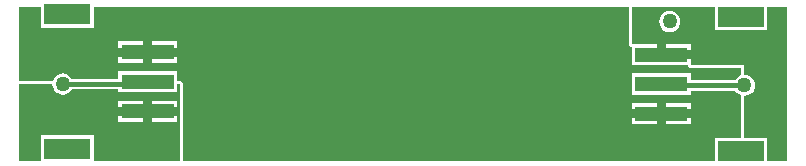
<source format=gbl>
G04*
G04 #@! TF.GenerationSoftware,Altium Limited,Altium Designer,20.1.12 (249)*
G04*
G04 Layer_Physical_Order=2*
G04 Layer_Color=16711680*
%FSLAX25Y25*%
%MOIN*%
G70*
G04*
G04 #@! TF.SameCoordinates,9F8D7EE4-A703-4B50-B93F-D04A273BC2B7*
G04*
G04*
G04 #@! TF.FilePolarity,Positive*
G04*
G01*
G75*
%ADD22C,0.01500*%
%ADD24C,0.05000*%
%ADD25R,0.15354X0.07087*%
%ADD26R,0.17717X0.05118*%
G36*
X203311Y38992D02*
X203389Y38602D01*
X203610Y38271D01*
X203941Y38050D01*
X204118Y38015D01*
Y31874D01*
X222818D01*
X222893Y31500D01*
X223114Y31169D01*
X223445Y30948D01*
X223835Y30870D01*
X240713D01*
Y28727D01*
X240739Y28596D01*
X240740Y28574D01*
X239967Y28254D01*
X239236Y27693D01*
X238690Y26981D01*
X223835D01*
Y29150D01*
X204118D01*
Y22031D01*
X223835D01*
Y23413D01*
X238690D01*
X239236Y22701D01*
X239967Y22140D01*
X240740Y21819D01*
X240739Y21798D01*
X240713Y21667D01*
Y7693D01*
X232071D01*
Y0D01*
X54563D01*
X54563Y25591D01*
X54485Y25981D01*
X54264Y26311D01*
X53934Y26533D01*
X53543Y26610D01*
X52720D01*
Y29943D01*
X33004D01*
Y27375D01*
X17609D01*
X17063Y28087D01*
X16332Y28648D01*
X15481Y29000D01*
X14567Y29121D01*
X13653Y29000D01*
X12802Y28648D01*
X12071Y28087D01*
X11510Y27356D01*
X11190Y26583D01*
X11168Y26584D01*
X11037Y26610D01*
X0D01*
Y51181D01*
X7413D01*
Y44282D01*
X24768D01*
Y51181D01*
X203311D01*
Y38992D01*
D02*
G37*
G36*
X255906Y0D02*
X249425D01*
Y7693D01*
X241732D01*
Y21667D01*
X242646Y21787D01*
X243497Y22140D01*
X244229Y22701D01*
X244790Y23432D01*
X245142Y24283D01*
X245263Y25197D01*
X245142Y26111D01*
X244790Y26962D01*
X244229Y27693D01*
X243497Y28254D01*
X242646Y28607D01*
X241732Y28727D01*
Y31890D01*
X223835D01*
Y33933D01*
X213976D01*
Y35433D01*
X212476D01*
Y38992D01*
X204331D01*
Y51181D01*
X232071D01*
Y43488D01*
X249425D01*
Y51181D01*
X255906D01*
Y0D01*
D02*
G37*
G36*
X53543D02*
X24768D01*
Y8487D01*
X7413D01*
Y0D01*
X0D01*
Y25591D01*
X11037D01*
X11157Y24677D01*
X11510Y23825D01*
X12071Y23094D01*
X12802Y22533D01*
X13653Y22181D01*
X14567Y22060D01*
X15481Y22181D01*
X16332Y22533D01*
X17063Y23094D01*
X17609Y23806D01*
X33004D01*
Y22825D01*
X52720D01*
Y25591D01*
X53543D01*
X53543Y0D01*
D02*
G37*
%LPC*%
G36*
X52720Y39786D02*
X44362D01*
Y37727D01*
X52720D01*
Y39786D01*
D02*
G37*
G36*
X41362D02*
X33004D01*
Y37727D01*
X41362D01*
Y39786D01*
D02*
G37*
G36*
X52720Y34727D02*
X44362D01*
Y32668D01*
X52720D01*
Y34727D01*
D02*
G37*
G36*
X41362D02*
X33004D01*
Y32668D01*
X41362D01*
Y34727D01*
D02*
G37*
G36*
X223835Y19307D02*
X215476D01*
Y17248D01*
X223835D01*
Y19307D01*
D02*
G37*
G36*
X212476D02*
X204118D01*
Y17248D01*
X212476D01*
Y19307D01*
D02*
G37*
G36*
X223835Y14248D02*
X215476D01*
Y12189D01*
X223835D01*
Y14248D01*
D02*
G37*
G36*
X212476D02*
X204118D01*
Y12189D01*
X212476D01*
Y14248D01*
D02*
G37*
G36*
X216850Y49987D02*
X215937Y49867D01*
X215085Y49514D01*
X214354Y48953D01*
X213793Y48222D01*
X213440Y47370D01*
X213320Y46457D01*
X213440Y45543D01*
X213793Y44692D01*
X214354Y43960D01*
X215085Y43400D01*
X215937Y43047D01*
X216850Y42926D01*
X217764Y43047D01*
X218616Y43400D01*
X219347Y43960D01*
X219908Y44692D01*
X220260Y45543D01*
X220381Y46457D01*
X220260Y47370D01*
X219908Y48222D01*
X219347Y48953D01*
X218616Y49514D01*
X217764Y49867D01*
X216850Y49987D01*
D02*
G37*
G36*
X223835Y38992D02*
X215476D01*
Y36933D01*
X223835D01*
Y38992D01*
D02*
G37*
G36*
X52720Y20101D02*
X44362D01*
Y18042D01*
X52720D01*
Y20101D01*
D02*
G37*
G36*
X41362D02*
X33004D01*
Y18042D01*
X41362D01*
Y20101D01*
D02*
G37*
G36*
X52720Y15042D02*
X44362D01*
Y12983D01*
X52720D01*
Y15042D01*
D02*
G37*
G36*
X41362D02*
X33004D01*
Y12983D01*
X41362D01*
Y15042D01*
D02*
G37*
%LPD*%
D22*
X213976Y25591D02*
X214370Y25197D01*
X241732D01*
X14567Y25591D02*
X42862D01*
D24*
X216850Y46457D02*
D03*
X38268D02*
D03*
X63779D02*
D03*
X89291D02*
D03*
X114803D02*
D03*
X140315D02*
D03*
X165827D02*
D03*
X191339D02*
D03*
X191732Y25197D02*
D03*
X166220D02*
D03*
X140709D02*
D03*
X115197D02*
D03*
X64173D02*
D03*
X252362Y6693D02*
D03*
Y12598D02*
D03*
X3543D02*
D03*
Y6693D02*
D03*
X241732Y25197D02*
D03*
X14567Y25591D02*
D03*
D25*
X240748Y3150D02*
D03*
Y48031D02*
D03*
X16091Y48825D02*
D03*
Y3943D02*
D03*
D26*
X213976Y15748D02*
D03*
Y35433D02*
D03*
Y25591D02*
D03*
X42862Y36227D02*
D03*
Y16542D02*
D03*
Y26384D02*
D03*
M02*

</source>
